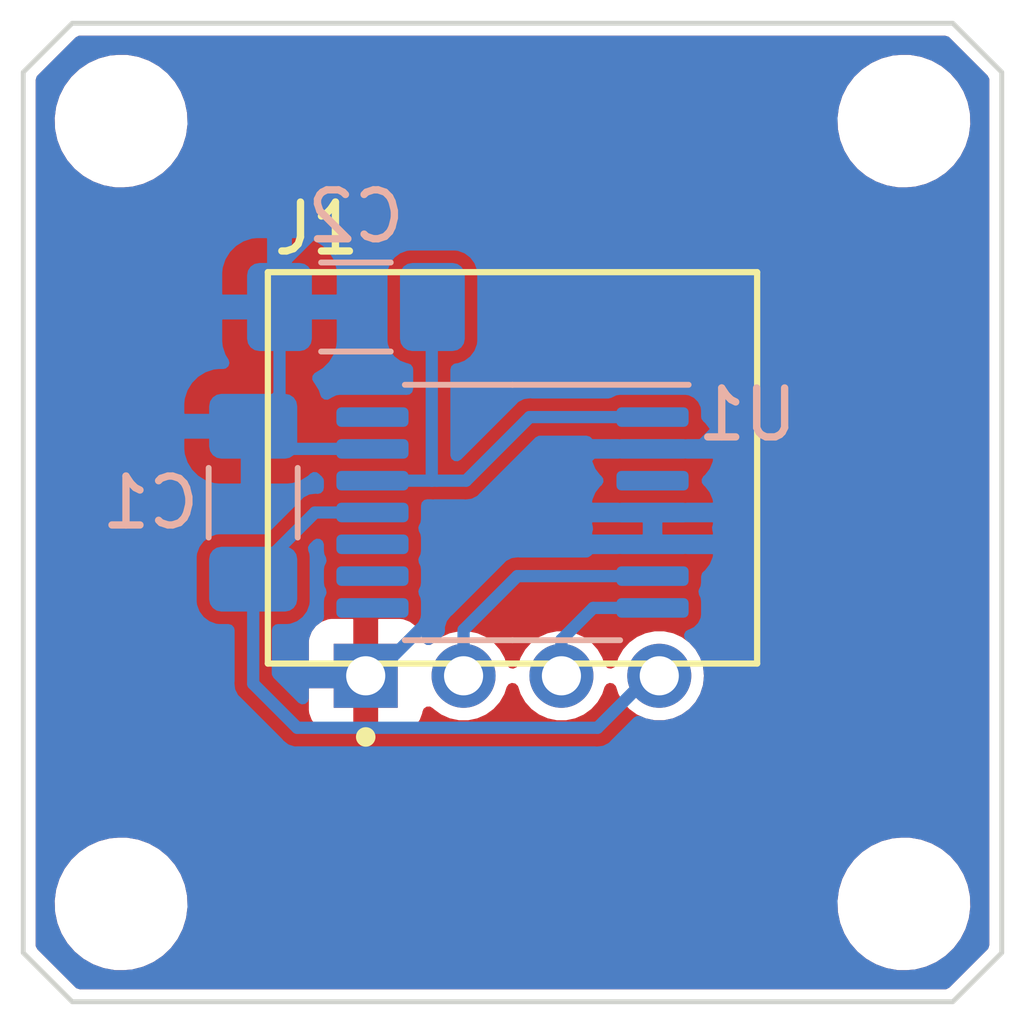
<source format=kicad_pcb>
(kicad_pcb (version 20211014) (generator pcbnew)
  (layers (0 "F.Cu" signal) (31 "B.Cu" signal) (34 "B.Paste" user) (35 "F.Paste" user) (36 "B.SilkS" user "B.Silkscreen") (37 "F.SilkS" user "F.Silkscreen") (38 "B.Mask" user) (39 "F.Mask" user) (44 "Edge.Cuts" user))
  (net 0 "")
  (net 1 "+5V")
  (net 2 "GND")
  (net 3 "+3.3V")
  (net 5 "/B")
  (net 6 "/A")
  (footprint "MountingHole:MountingHole_2.2mm_M2" (layer "F.Cu") (at 142 82)
    (fp_text reference "REF**" hide)
    (fp_text value "MountingHole_2.2mm_M2" hide)
    (pad "" np_thru_hole circle (at 0 0) (size 2.2 2.2) (drill 2.2) (layers F&B.Cu *.Mask))
  )
  (footprint "MountingHole:MountingHole_2.2mm_M2" (layer "F.Cu") (at 158 98)
    (fp_text reference "REF**" hide)
    (fp_text value "MountingHole_2.2mm_M2" hide)
    (pad "" np_thru_hole circle (at 0 0) (size 2.2 2.2) (drill 2.2) (layers F&B.Cu *.Mask))
  )
  (footprint "MountingHole:MountingHole_2.2mm_M2" (layer "F.Cu") (at 142 98)
    (fp_text reference "REF**" hide)
    (fp_text value "MountingHole_2.2mm_M2" hide)
    (pad "" np_thru_hole circle (at 0 0) (size 2.2 2.2) (drill 2.2) (layers *.Cu *.Mask))
  )
  (footprint "FootprintGe2:SEEED_110990037" (layer "F.Cu") (at 150 93.3375)
    (fp_text reference "J1" (at -4 -9.1375 unlocked) (layer "F.SilkS"))
    (fp_text value "GROVE4-2mm")
    (fp_line (start -5 -0.25) (end -5 -8.25) (layer "F.SilkS") (width 0.127))
    (fp_line (start -5 -8.25) (end 5 -8.25) (layer "F.SilkS") (width 0.127))
    (fp_line (start 5 -8.25) (end 5 -0.25) (layer "F.SilkS") (width 0.127))
    (fp_line (start 5 -0.25) (end -5 -0.25) (layer "F.SilkS") (width 0.127))
    (fp_circle (center -3 1.25) (end -2.9 1.25) (layer "F.SilkS") (width 0.2) (fill none))
    (pad "1" thru_hole rect (at -3 0) (size 1.308 1.308) (drill 0.8) (layers *.Cu *.Mask) (net 2 "GND"))
    (pad "2" thru_hole circle (at -1 0) (size 1.308 1.308) (drill 0.8) (layers *.Cu *.Mask) (net 5 "/B"))
    (pad "3" thru_hole circle (at 1 0) (size 1.308 1.308) (drill 0.8) (layers *.Cu *.Mask) (net 6 "/A"))
    (pad "4" thru_hole circle (at 3 0) (size 1.308 1.308) (drill 0.8) (layers *.Cu *.Mask) (net 1 "+5V"))
  )
  (footprint "MountingHole:MountingHole_2.2mm_M2" (layer "F.Cu") (at 158 82)
    (fp_text reference "REF**" hide)
    (fp_text value "MountingHole_2.2mm_M2" hide)
    (pad "" np_thru_hole circle (at 0 0) (size 2.2 2.2) (drill 2.2) (layers F&B.Cu *.Mask))
  )
  (footprint "Capacitor_SMD:C_1206_3216Metric_Pad1.33x1.80mm_HandSolder" (layer "B.Cu") (at 144.7 89.8 90)
    (fp_text reference "C1" (at 0 -2.1 180) (layer "B.SilkS") (effects (justify mirror)))
    (fp_text value "100n")
    (fp_line (start -0.711252 0.91) (end 0.711252 0.91) (layer "B.SilkS") (width 0.12))
    (fp_line (start -0.711252 -0.91) (end 0.711252 -0.91) (layer "B.SilkS") (width 0.12))
    (pad "1" smd roundrect (at -1.5625 0 90) (size 1.325 1.8) (layers "B.Cu" "B.Paste" "B.Mask") (roundrect_rratio 0.1886792453) (net 1 "+5V"))
    (pad "2" smd roundrect (at 1.5625 0 90) (size 1.325 1.8) (layers "B.Cu" "B.Paste" "B.Mask") (roundrect_rratio 0.1886792453) (net 2 "GND"))
  )
  (footprint "Capacitor_SMD:C_1206_3216Metric_Pad1.33x1.80mm_HandSolder" (layer "B.Cu") (at 146.8 85.8 180)
    (fp_text reference "C2" (at 0 1.85) (layer "B.SilkS") (effects (justify mirror)))
    (fp_text value "1u")
    (fp_line (start -0.711252 0.91) (end 0.711252 0.91) (layer "B.SilkS") (width 0.12))
    (fp_line (start -0.711252 -0.91) (end 0.711252 -0.91) (layer "B.SilkS") (width 0.12))
    (pad "1" smd roundrect (at -1.5625 0 180) (size 1.325 1.8) (layers "B.Cu" "B.Paste" "B.Mask") (roundrect_rratio 0.1886792453) (net 3 "+3.3V"))
    (pad "2" smd roundrect (at 1.5625 0 180) (size 1.325 1.8) (layers "B.Cu" "B.Paste" "B.Mask") (roundrect_rratio 0.1886792453) (net 2 "GND"))
  )
  (footprint "Package_SO:TSSOP-14_4.4x5mm_P0.65mm" (layer "B.Cu") (at 150 90 180)
    (fp_text reference "U1" (at -4.8 2) (layer "B.SilkS") (effects (justify mirror)))
    (fp_text value "AS5047D")
    (fp_line (start 0 -2.61) (end -2.2 -2.61) (layer "B.SilkS") (width 0.12))
    (fp_line (start 0 2.61) (end 2.2 2.61) (layer "B.SilkS") (width 0.12))
    (fp_line (start 0 2.61) (end -3.6 2.61) (layer "B.SilkS") (width 0.12))
    (fp_line (start 0 -2.61) (end 2.2 -2.61) (layer "B.SilkS") (width 0.12))
    (pad "1" smd roundrect locked (at -2.8625 1.95 180) (size 1.475 0.4) (layers "B.Cu" "B.Paste" "B.Mask") (net 3 "+3.3V"))
    (pad "2" smd roundrect locked (at -2.8625 1.3 180) (size 1.475 0.4) (layers "B.Cu" "B.Paste" "B.Mask") (net 2 "GND"))
    (pad "3" smd roundrect locked (at -2.8625 0.65 180) (size 1.475 0.4) (layers "B.Cu" "B.Paste" "B.Mask"))
    (pad "4" smd roundrect locked (at -2.8625 0 180) (size 1.475 0.4) (layers "B.Cu" "B.Paste" "B.Mask") (net 2 "GND"))
    (pad "5" smd roundrect locked (at -2.8625 -0.65 180) (size 1.475 0.4) (layers "B.Cu" "B.Paste" "B.Mask") (net 2 "GND"))
    (pad "6" smd roundrect locked (at -2.8625 -1.3 180) (size 1.475 0.4) (layers "B.Cu" "B.Paste" "B.Mask") (net 5 "/B"))
    (pad "7" smd roundrect locked (at -2.8625 -1.95 180) (size 1.475 0.4) (layers "B.Cu" "B.Paste" "B.Mask") (net 6 "/A"))
    (pad "8" smd roundrect locked (at 2.8625 -1.95 180) (size 1.475 0.4) (layers "B.Cu" "B.Paste" "B.Mask"))
    (pad "9" smd roundrect locked (at 2.8625 -1.3 180) (size 1.475 0.4) (layers "B.Cu" "B.Paste" "B.Mask"))
    (pad "10" smd roundrect locked (at 2.8625 -0.65 180) (size 1.475 0.4) (layers "B.Cu" "B.Paste" "B.Mask"))
    (pad "11" smd roundrect locked (at 2.8625 0 180) (size 1.475 0.4) (layers "B.Cu" "B.Paste" "B.Mask") (net 1 "+5V"))
    (pad "12" smd roundrect locked (at 2.8625 0.65 180) (size 1.475 0.4) (layers "B.Cu" "B.Paste" "B.Mask") (net 3 "+3.3V"))
    (pad "13" smd roundrect locked (at 2.8625 1.3 180) (size 1.475 0.4) (layers "B.Cu" "B.Paste" "B.Mask") (net 2 "GND"))
    (pad "14" smd roundrect locked (at 2.8625 1.95 180) (size 1.475 0.4) (layers "B.Cu" "B.Paste" "B.Mask"))
  )
  (gr_poly (pts (xy 160 81) (xy 160 99) (xy 159 100) (xy 141 100) (xy 140 99) (xy 140 81) (xy 141 80) (xy 159 80)) (layer "Edge.Cuts") (width 0.1) (fill none))
  (segment (start 145.6 94.4) (end 144.7 93.5) (width 0.25) (layer "B.Cu") (net 1))
  (segment (start 153 93.1375) (end 151.7375 94.4) (width 0.25) (layer "B.Cu") (net 1))
  (segment (start 144.7 93.5) (end 144.7 91.2625) (width 0.25) (layer "B.Cu") (net 1))
  (segment (start 151.7375 94.4) (end 145.6 94.4) (width 0.25) (layer "B.Cu") (net 1))
  (segment (start 145.9625 90) (end 144.7 91.2625) (width 0.25) (layer "B.Cu") (net 1))
  (segment (start 147.1375 90) (end 145.9625 90) (width 0.25) (layer "B.Cu") (net 1))
  (segment (start 145.2375 85.8) (end 145.2375 84.9625) (width 0.25) (layer "B.Cu") (net 2))
  (segment (start 151.6 84.2) (end 154.3 86.9) (width 0.25) (layer "B.Cu") (net 2))
  (segment (start 151.7 88.7) (end 151.15 89.25) (width 0.25) (layer "B.Cu") (net 2))
  (segment (start 145.2375 85.8) (end 145.2375 87.6) (width 0.25) (layer "B.Cu") (net 2))
  (segment (start 152.8625 90.65) (end 151.15 90.65) (width 0.25) (layer "B.Cu") (net 2))
  (segment (start 149.846751 90.65) (end 147.359251 93.1375) (width 0.25) (layer "B.Cu") (net 2))
  (segment (start 154.3 88.2) (end 153.8 88.7) (width 0.25) (layer "B.Cu") (net 2))
  (segment (start 145.2625 88.7) (end 144.7 88.1375) (width 0.25) (layer "B.Cu") (net 2))
  (segment (start 151.15 90.65) (end 149.846751 90.65) (width 0.25) (layer "B.Cu") (net 2))
  (segment (start 154.3 86.9) (end 154.3 88.2) (width 0.25) (layer "B.Cu") (net 2))
  (segment (start 145.2375 84.9625) (end 146 84.2) (width 0.25) (layer "B.Cu") (net 2))
  (segment (start 152.8625 90.65) (end 152.8625 90) (width 0.25) (layer "B.Cu") (net 2))
  (segment (start 151.15 89.25) (end 151.15 90.65) (width 0.25) (layer "B.Cu") (net 2))
  (segment (start 146 84.2) (end 151.6 84.2) (width 0.25) (layer "B.Cu") (net 2))
  (segment (start 145.2375 87.6) (end 144.7 88.1375) (width 0.25) (layer "B.Cu") (net 2))
  (segment (start 147.359251 93.1375) (end 147 93.1375) (width 0.25) (layer "B.Cu") (net 2))
  (segment (start 147.1375 88.7) (end 145.2625 88.7) (width 0.25) (layer "B.Cu") (net 2))
  (segment (start 153.8 88.7) (end 152.8625 88.7) (width 0.25) (layer "B.Cu") (net 2))
  (segment (start 152.8625 88.7) (end 151.7 88.7) (width 0.25) (layer "B.Cu") (net 2))
  (segment (start 147.1375 89.35) (end 148.35 89.35) (width 0.25) (layer "B.Cu") (net 3))
  (segment (start 148.35 89.35) (end 148.45 89.35) (width 0.25) (layer "B.Cu") (net 3))
  (segment (start 149.05 89.35) (end 150.35 88.05) (width 0.25) (layer "B.Cu") (net 3))
  (segment (start 148.45 89.35) (end 149.05 89.35) (width 0.25) (layer "B.Cu") (net 3))
  (segment (start 150.35 88.05) (end 152.8625 88.05) (width 0.25) (layer "B.Cu") (net 3))
  (segment (start 148.3625 85.8) (end 148.35 85.8125) (width 0.25) (layer "B.Cu") (net 3))
  (segment (start 148.35 85.8125) (end 148.35 89.35) (width 0.25) (layer "B.Cu") (net 3))
  (segment (start 150.1 91.3) (end 149 92.4) (width 0.25) (layer "B.Cu") (net 5))
  (segment (start 152.8625 91.3) (end 150.1 91.3) (width 0.25) (layer "B.Cu") (net 5))
  (segment (start 149 92.4) (end 149 93.1375) (width 0.25) (layer "B.Cu") (net 5))
  (segment (start 151 92.6) (end 151.65 91.95) (width 0.25) (layer "B.Cu") (net 6))
  (segment (start 151 93.1375) (end 151 92.6) (width 0.25) (layer "B.Cu") (net 6))
  (segment (start 151.65 91.95) (end 152.8625 91.95) (width 0.25) (layer "B.Cu") (net 6))
  (zone (net 2) (net_name "GND") (layers F&B.Cu) (connect_pads (clearance 0.254)) (min_thickness 0.254) (fill yes (thermal_gap 0.508) (thermal_bridge_width 0.508))
    (polygon (pts (xy 160 81) (xy 160 99) (xy 159 100) (xy 141 100) (xy 140 99) (xy 140 81) (xy 141 80) (xy 159 80)))
  )
)
</source>
